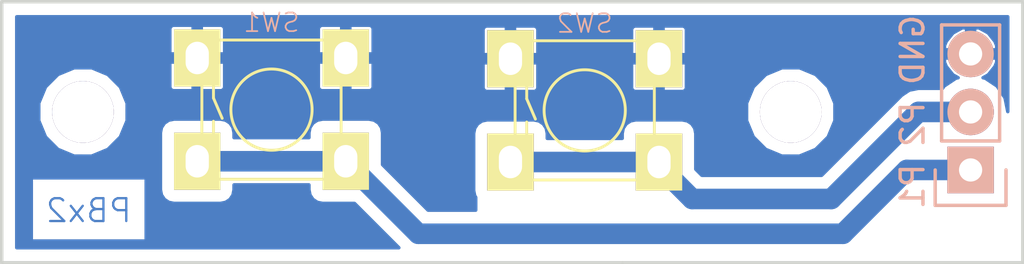
<source format=kicad_pcb>
(kicad_pcb (version 4) (host pcbnew 0.201601262101+6516~42~ubuntu15.10.1-product)

  (general
    (links 8)
    (no_connects 0)
    (area 134.470536 96.6825 187.526334 109.023)
    (thickness 1.6)
    (drawings 14)
    (tracks 11)
    (zones 0)
    (modules 5)
    (nets 4)
  )

  (page A4)
  (layers
    (0 F.Cu jumper hide)
    (31 B.Cu signal)
    (36 B.SilkS user)
    (37 F.SilkS user)
    (40 Dwgs.User user hide)
    (41 Cmts.User user hide)
    (42 Eco1.User user hide)
    (44 Edge.Cuts user)
    (45 Margin user)
  )

  (setup
    (last_trace_width 0.9)
    (trace_clearance 0.5)
    (zone_clearance 0.508)
    (zone_45_only yes)
    (trace_min 0.2)
    (segment_width 0.2)
    (edge_width 0.15)
    (via_size 0.6)
    (via_drill 0.4)
    (via_min_size 0.4)
    (via_min_drill 0.3)
    (uvia_size 0.3)
    (uvia_drill 0.1)
    (uvias_allowed no)
    (uvia_min_size 0.2)
    (uvia_min_drill 0.1)
    (pcb_text_width 0.3)
    (pcb_text_size 1.5 1.5)
    (mod_edge_width 0.15)
    (mod_text_size 1 1)
    (mod_text_width 0.15)
    (pad_size 1.524 1.524)
    (pad_drill 0.762)
    (pad_to_mask_clearance 0.2)
    (aux_axis_origin 0 0)
    (visible_elements FFFFFF7F)
    (pcbplotparams
      (layerselection 0x00000_fffffffe)
      (usegerberextensions false)
      (excludeedgelayer true)
      (linewidth 0.020000)
      (plotframeref false)
      (viasonmask false)
      (mode 1)
      (useauxorigin false)
      (hpglpennumber 1)
      (hpglpenspeed 20)
      (hpglpendiameter 15)
      (hpglpenoverlay 2)
      (psnegative false)
      (psa4output false)
      (plotreference true)
      (plotvalue true)
      (plotinvisibletext false)
      (padsonsilk false)
      (subtractmaskfromsilk false)
      (outputformat 1)
      (mirror false)
      (drillshape 0)
      (scaleselection 1)
      (outputdirectory GERBER/))
  )

  (net 0 "")
  (net 1 "Net-(P1-Pad1)")
  (net 2 "Net-(P1-Pad2)")
  (net 3 GND)

  (net_class Default "This is the default net class."
    (clearance 0.5)
    (trace_width 0.9)
    (via_dia 0.6)
    (via_drill 0.4)
    (uvia_dia 0.3)
    (uvia_drill 0.1)
    (add_net GND)
    (add_net "Net-(P1-Pad1)")
    (add_net "Net-(P1-Pad2)")
  )

  (module Mounting_Holes:MountingHole_2-7mm (layer F.Cu) (tedit 56A6457E) (tstamp 56A641B1)
    (at 174.244 102.108)
    (descr "Mounting hole, Befestigungsbohrung, 2,7mm, No Annular, Kein Restring,")
    (tags "Mounting hole, Befestigungsbohrung, 2,7mm, No Annular, Kein Restring,")
    (fp_text reference REF** (at 0 -4.0005) (layer F.SilkS) hide
      (effects (font (size 1 1) (thickness 0.15)))
    )
    (fp_text value MountingHole_2-7mm (at 0.09906 3.59918) (layer F.Fab) hide
      (effects (font (size 1 1) (thickness 0.15)))
    )
    (fp_circle (center 0 0) (end 2.7 0) (layer Cmts.User) (width 0.381))
    (pad 1 thru_hole circle (at 0 0) (size 2.7 2.7) (drill 2.7) (layers))
  )

  (module Mounting_Holes:MountingHole_2-7mm (layer F.Cu) (tedit 56A6446C) (tstamp 56A641D1)
    (at 143.256 102.108)
    (descr "Mounting hole, Befestigungsbohrung, 2,7mm, No Annular, Kein Restring,")
    (tags "Mounting hole, Befestigungsbohrung, 2,7mm, No Annular, Kein Restring,")
    (fp_text reference REF** (at 0 -4.0005) (layer F.SilkS) hide
      (effects (font (size 1 1) (thickness 0.15)))
    )
    (fp_text value MountingHole_2-7mm (at 0.09906 3.59918) (layer F.Fab) hide
      (effects (font (size 1 1) (thickness 0.15)))
    )
    (fp_circle (center 0 0) (end 2.7 0) (layer Cmts.User) (width 0.381))
    (pad 1 thru_hole circle (at 0 0) (size 2.7 2.7) (drill 2.7) (layers))
  )

  (module misc:Pin_Header_Straight_1x03 (layer B.Cu) (tedit 56A8B71D) (tstamp 56A6403A)
    (at 182.118 104.648)
    (descr "Through hole pin header")
    (tags "pin header")
    (path /56A63F23)
    (fp_text reference "GND P2 P1" (at -2.54 -2.54 90) (layer B.SilkS)
      (effects (font (size 1 1) (thickness 0.15)) (justify mirror))
    )
    (fp_text value CONN_01X03 (at 0 3.1) (layer B.Fab) hide
      (effects (font (size 1 1) (thickness 0.15)) (justify mirror))
    )
    (fp_line (start -1.75 1.75) (end -1.75 -6.85) (layer B.CrtYd) (width 0.05))
    (fp_line (start 1.75 1.75) (end 1.75 -6.85) (layer B.CrtYd) (width 0.05))
    (fp_line (start -1.75 1.75) (end 1.75 1.75) (layer B.CrtYd) (width 0.05))
    (fp_line (start -1.75 -6.85) (end 1.75 -6.85) (layer B.CrtYd) (width 0.05))
    (fp_line (start -1.27 -1.27) (end -1.27 -6.35) (layer B.SilkS) (width 0.15))
    (fp_line (start -1.27 -6.35) (end 1.27 -6.35) (layer B.SilkS) (width 0.15))
    (fp_line (start 1.27 -6.35) (end 1.27 -1.27) (layer B.SilkS) (width 0.15))
    (fp_line (start 1.55 1.55) (end 1.55 0) (layer B.SilkS) (width 0.15))
    (fp_line (start 1.27 -1.27) (end -1.27 -1.27) (layer B.SilkS) (width 0.15))
    (fp_line (start -1.55 0) (end -1.55 1.55) (layer B.SilkS) (width 0.15))
    (fp_line (start -1.55 1.55) (end 1.55 1.55) (layer B.SilkS) (width 0.15))
    (pad 1 thru_hole rect (at 0 0) (size 2.032 2.032) (drill 1.016) (layers *.Cu *.Mask B.SilkS)
      (net 1 "Net-(P1-Pad1)"))
    (pad 2 thru_hole oval (at 0 -2.54) (size 2.032 2.032) (drill 1.016) (layers *.Cu *.Mask B.SilkS)
      (net 2 "Net-(P1-Pad2)"))
    (pad 3 thru_hole oval (at 0 -5.08) (size 2.032 2.032) (drill 1.016) (layers *.Cu *.Mask B.SilkS)
      (net 3 GND))
    (model Pin_Headers.3dshapes/Pin_Header_Straight_1x03.wrl
      (at (xyz 0 -0.1 0))
      (scale (xyz 1 1 1))
      (rotate (xyz 0 0 90))
    )
  )

  (module misc:AB2_PB_MOM_6MM_PTH_BLK (layer F.Cu) (tedit 56A8B8CE) (tstamp 56A64042)
    (at 151.511 102.0064)
    (path /56A63E6D)
    (fp_text reference SW1 (at 0 -3.81) (layer B.SilkS)
      (effects (font (size 0.8128 0.8128) (thickness 0.0762)) (justify mirror))
    )
    (fp_text value SW_PUSH (at 0 3.81) (layer F.SilkS) hide
      (effects (font (size 0.8128 0.8128) (thickness 0.0762)))
    )
    (fp_line (start -2.54 -0.508) (end -2.159 0.381) (layer F.SilkS) (width 0.127))
    (fp_line (start -2.54 1.27) (end -2.54 0.508) (layer F.SilkS) (width 0.127))
    (fp_line (start -2.54 -1.27) (end -2.54 -0.508) (layer F.SilkS) (width 0.127))
    (fp_line (start -2.54 -3.048) (end 2.54 -3.048) (layer F.SilkS) (width 0.127))
    (fp_line (start 2.54 -3.048) (end 3.048 -2.54) (layer F.SilkS) (width 0.127))
    (fp_line (start 3.048 -2.54) (end 3.048 2.54) (layer F.SilkS) (width 0.127))
    (fp_line (start 3.048 2.54) (end 2.54 3.048) (layer F.SilkS) (width 0.127))
    (fp_line (start 2.54 3.048) (end -2.54 3.048) (layer F.SilkS) (width 0.127))
    (fp_line (start -2.54 3.048) (end -3.048 2.54) (layer F.SilkS) (width 0.127))
    (fp_line (start -3.048 2.54) (end -3.048 -2.54) (layer F.SilkS) (width 0.127))
    (fp_line (start -3.048 -2.54) (end -2.54 -3.048) (layer F.SilkS) (width 0.127))
    (fp_circle (center 0 0) (end 0 -1.778) (layer F.SilkS) (width 0.127))
    (pad 1 thru_hole rect (at -3.2512 -2.2606) (size 2.032 2.5) (drill oval 1.016 1.4224) (layers *.Cu *.Mask F.SilkS)
      (net 3 GND))
    (pad 1 thru_hole rect (at 3.2512 -2.2606) (size 2.032 2.5) (drill oval 1.016 1.4224) (layers *.Cu *.Mask F.SilkS)
      (net 3 GND))
    (pad 2 thru_hole rect (at -3.2512 2.2606) (size 2.032 2.5) (drill oval 1.016 1.4224) (layers *.Cu *.Mask F.SilkS)
      (net 1 "Net-(P1-Pad1)"))
    (pad 2 thru_hole rect (at 3.2512 2.2606) (size 2.032 2.5) (drill oval 1.016 1.4224) (layers *.Cu *.Mask F.SilkS)
      (net 1 "Net-(P1-Pad1)"))
    (model ab2_input_devices/AB2_PB_MOM_6MM_PTH_BLK.x3d
      (at (xyz 0 0 0))
      (scale (xyz 0.3937 0.3937 0.3937))
      (rotate (xyz 0 0 90))
    )
  )

  (module misc:AB2_PB_MOM_6MM_PTH_BLK (layer F.Cu) (tedit 56A8B8CE) (tstamp 56A6404A)
    (at 165.22446 102.03942)
    (path /56A63ECB)
    (fp_text reference SW2 (at 0 -3.81) (layer B.SilkS)
      (effects (font (size 0.8128 0.8128) (thickness 0.0762)) (justify mirror))
    )
    (fp_text value SW_PUSH (at 0 3.81) (layer F.SilkS) hide
      (effects (font (size 0.8128 0.8128) (thickness 0.0762)))
    )
    (fp_line (start -2.54 -0.508) (end -2.159 0.381) (layer F.SilkS) (width 0.127))
    (fp_line (start -2.54 1.27) (end -2.54 0.508) (layer F.SilkS) (width 0.127))
    (fp_line (start -2.54 -1.27) (end -2.54 -0.508) (layer F.SilkS) (width 0.127))
    (fp_line (start -2.54 -3.048) (end 2.54 -3.048) (layer F.SilkS) (width 0.127))
    (fp_line (start 2.54 -3.048) (end 3.048 -2.54) (layer F.SilkS) (width 0.127))
    (fp_line (start 3.048 -2.54) (end 3.048 2.54) (layer F.SilkS) (width 0.127))
    (fp_line (start 3.048 2.54) (end 2.54 3.048) (layer F.SilkS) (width 0.127))
    (fp_line (start 2.54 3.048) (end -2.54 3.048) (layer F.SilkS) (width 0.127))
    (fp_line (start -2.54 3.048) (end -3.048 2.54) (layer F.SilkS) (width 0.127))
    (fp_line (start -3.048 2.54) (end -3.048 -2.54) (layer F.SilkS) (width 0.127))
    (fp_line (start -3.048 -2.54) (end -2.54 -3.048) (layer F.SilkS) (width 0.127))
    (fp_circle (center 0 0) (end 0 -1.778) (layer F.SilkS) (width 0.127))
    (pad 1 thru_hole rect (at -3.2512 -2.2606) (size 2.032 2.5) (drill oval 1.016 1.4224) (layers *.Cu *.Mask F.SilkS)
      (net 3 GND))
    (pad 1 thru_hole rect (at 3.2512 -2.2606) (size 2.032 2.5) (drill oval 1.016 1.4224) (layers *.Cu *.Mask F.SilkS)
      (net 3 GND))
    (pad 2 thru_hole rect (at -3.2512 2.2606) (size 2.032 2.5) (drill oval 1.016 1.4224) (layers *.Cu *.Mask F.SilkS)
      (net 2 "Net-(P1-Pad2)"))
    (pad 2 thru_hole rect (at 3.2512 2.2606) (size 2.032 2.5) (drill oval 1.016 1.4224) (layers *.Cu *.Mask F.SilkS)
      (net 2 "Net-(P1-Pad2)"))
    (model ab2_input_devices/AB2_PB_MOM_6MM_PTH_BLK.x3d
      (at (xyz 0 0 0))
      (scale (xyz 0.3937 0.3937 0.3937))
      (rotate (xyz 0 0 90))
    )
  )

  (gr_text PBx2 (at 143.51 106.426) (layer B.Cu)
    (effects (font (size 1 1) (thickness 0.1)) (justify mirror))
  )
  (gr_line (start 139.7 108.712) (end 166.878 108.712) (angle 90) (layer Edge.Cuts) (width 0.15))
  (gr_line (start 139.7 97.282) (end 139.7 108.712) (angle 90) (layer Edge.Cuts) (width 0.15))
  (gr_line (start 184.404 97.282) (end 139.7 97.282) (angle 90) (layer Edge.Cuts) (width 0.15))
  (gr_line (start 184.404 108.712) (end 184.404 97.282) (angle 90) (layer Edge.Cuts) (width 0.15))
  (gr_line (start 166.878 108.712) (end 184.404 108.712) (angle 90) (layer Edge.Cuts) (width 0.15))
  (gr_line (start 168.19135 99.003438) (end 162.191685 99.034739) (layer Dwgs.User) (width 0.1))
  (gr_line (start 168.222863 105.003556) (end 168.19135 99.003438) (layer Dwgs.User) (width 0.1))
  (gr_line (start 162.223198 105.034857) (end 168.222863 105.003556) (layer Dwgs.User) (width 0.1))
  (gr_line (start 162.191685 99.034739) (end 162.223198 105.034857) (layer Dwgs.User) (width 0.1))
  (gr_line (start 154.500765 104.972299) (end 154.469252 98.972181) (layer Dwgs.User) (width 0.1))
  (gr_line (start 154.469252 98.972181) (end 148.469587 99.003482) (layer Dwgs.User) (width 0.1))
  (gr_line (start 148.469587 99.003482) (end 148.5011 105.0036) (layer Dwgs.User) (width 0.1))
  (gr_line (start 148.5011 105.0036) (end 154.500765 104.972299) (layer Dwgs.User) (width 0.1))

  (segment (start 182.118 104.648) (end 179.324 104.648) (width 0.9) (layer B.Cu) (net 1))
  (segment (start 157.9372 107.442) (end 154.7622 104.267) (width 0.9) (layer B.Cu) (net 1) (tstamp 56A64441))
  (segment (start 176.53 107.442) (end 157.9372 107.442) (width 0.9) (layer B.Cu) (net 1) (tstamp 56A6443B))
  (segment (start 179.324 104.648) (end 176.53 107.442) (width 0.9) (layer B.Cu) (net 1) (tstamp 56A64437))
  (segment (start 148.2598 104.267) (end 154.7622 104.267) (width 0.9) (layer B.Cu) (net 1))
  (segment (start 168.47566 104.30002) (end 168.47566 104.46766) (width 0.9) (layer B.Cu) (net 2))
  (segment (start 168.47566 104.46766) (end 169.926 105.918) (width 0.9) (layer B.Cu) (net 2) (tstamp 56A64426))
  (segment (start 179.832 102.108) (end 182.118 102.108) (width 0.9) (layer B.Cu) (net 2) (tstamp 56A64433))
  (segment (start 176.022 105.918) (end 179.832 102.108) (width 0.9) (layer B.Cu) (net 2) (tstamp 56A6442C))
  (segment (start 169.926 105.918) (end 176.022 105.918) (width 0.9) (layer B.Cu) (net 2) (tstamp 56A6442A))
  (segment (start 161.97326 104.30002) (end 168.47566 104.30002) (width 0.9) (layer B.Cu) (net 2))

  (zone (net 3) (net_name GND) (layer B.Cu) (tstamp 56A6454C) (hatch edge 0.508)
    (connect_pads (clearance 0.508))
    (min_thickness 0.15)
    (fill yes (arc_segments 16) (thermal_gap 0.108) (thermal_bridge_width 0.508))
    (polygon
      (pts
        (xy 139.7 97.282) (xy 139.7 108.712) (xy 184.404 108.712) (xy 184.404 97.282)
      )
    )
    (filled_polygon
      (pts
        (xy 183.746 102.096306) (xy 183.626609 101.496089) (xy 183.27999 100.977336) (xy 182.761237 100.630717) (xy 182.661927 100.610963)
        (xy 182.890087 100.485346) (xy 183.182368 100.120052) (xy 183.260965 99.930259) (xy 183.257274 99.747) (xy 182.297 99.747)
        (xy 182.297 99.767) (xy 181.939 99.767) (xy 181.939 99.747) (xy 180.978726 99.747) (xy 180.975035 99.930259)
        (xy 181.053632 100.120052) (xy 181.345913 100.485346) (xy 181.574073 100.610963) (xy 181.474763 100.630717) (xy 180.95601 100.977336)
        (xy 180.890753 101.075) (xy 179.832 101.075) (xy 179.436688 101.153632) (xy 179.101559 101.377558) (xy 175.594118 104.885)
        (xy 170.353883 104.885) (xy 170.086081 104.617198) (xy 170.086081 103.05002) (xy 170.040833 102.822545) (xy 169.911979 102.629701)
        (xy 169.719135 102.500847) (xy 169.668682 102.490811) (xy 172.310665 102.490811) (xy 172.604327 103.201526) (xy 173.147614 103.745762)
        (xy 173.857816 104.040664) (xy 174.626811 104.041335) (xy 175.337526 103.747673) (xy 175.881762 103.204386) (xy 176.176664 102.494184)
        (xy 176.177335 101.725189) (xy 175.883673 101.014474) (xy 175.340386 100.470238) (xy 174.630184 100.175336) (xy 173.861189 100.174665)
        (xy 173.150474 100.468327) (xy 172.606238 101.011614) (xy 172.311336 101.721816) (xy 172.310665 102.490811) (xy 169.668682 102.490811)
        (xy 169.49166 102.455599) (xy 167.45966 102.455599) (xy 167.232185 102.500847) (xy 167.039341 102.629701) (xy 166.910487 102.822545)
        (xy 166.865239 103.05002) (xy 166.865239 103.26702) (xy 163.583681 103.26702) (xy 163.583681 103.05002) (xy 163.538433 102.822545)
        (xy 163.409579 102.629701) (xy 163.216735 102.500847) (xy 162.98926 102.455599) (xy 160.95726 102.455599) (xy 160.729785 102.500847)
        (xy 160.536941 102.629701) (xy 160.408087 102.822545) (xy 160.362839 103.05002) (xy 160.362839 105.55002) (xy 160.408087 105.777495)
        (xy 160.453 105.844712) (xy 160.453 106.409) (xy 158.365082 106.409) (xy 156.372621 104.416539) (xy 156.372621 103.017)
        (xy 156.327373 102.789525) (xy 156.198519 102.596681) (xy 156.005675 102.467827) (xy 155.7782 102.422579) (xy 153.7462 102.422579)
        (xy 153.518725 102.467827) (xy 153.325881 102.596681) (xy 153.197027 102.789525) (xy 153.151779 103.017) (xy 153.151779 103.234)
        (xy 149.870221 103.234) (xy 149.870221 103.017) (xy 149.824973 102.789525) (xy 149.696119 102.596681) (xy 149.503275 102.467827)
        (xy 149.2758 102.422579) (xy 147.2438 102.422579) (xy 147.016325 102.467827) (xy 146.823481 102.596681) (xy 146.694627 102.789525)
        (xy 146.649379 103.017) (xy 146.649379 105.517) (xy 146.694627 105.744475) (xy 146.823481 105.937319) (xy 147.016325 106.066173)
        (xy 147.2438 106.111421) (xy 149.2758 106.111421) (xy 149.503275 106.066173) (xy 149.696119 105.937319) (xy 149.824973 105.744475)
        (xy 149.870221 105.517) (xy 149.870221 105.3) (xy 153.151779 105.3) (xy 153.151779 105.517) (xy 153.197027 105.744475)
        (xy 153.325881 105.937319) (xy 153.518725 106.066173) (xy 153.7462 106.111421) (xy 155.145739 106.111421) (xy 157.088318 108.054)
        (xy 140.358 108.054) (xy 140.358 104.993) (xy 140.996048 104.993) (xy 140.996048 107.759) (xy 146.023953 107.759)
        (xy 146.023953 104.993) (xy 140.996048 104.993) (xy 140.358 104.993) (xy 140.358 102.490811) (xy 141.322665 102.490811)
        (xy 141.616327 103.201526) (xy 142.159614 103.745762) (xy 142.869816 104.040664) (xy 143.638811 104.041335) (xy 144.349526 103.747673)
        (xy 144.893762 103.204386) (xy 145.188664 102.494184) (xy 145.189335 101.725189) (xy 144.895673 101.014474) (xy 144.352386 100.470238)
        (xy 143.642184 100.175336) (xy 142.873189 100.174665) (xy 142.162474 100.468327) (xy 141.618238 101.011614) (xy 141.323336 101.721816)
        (xy 141.322665 102.490811) (xy 140.358 102.490811) (xy 140.358 99.97055) (xy 147.0608 99.97055) (xy 147.0608 101.032201)
        (xy 147.08866 101.099461) (xy 147.140139 101.15094) (xy 147.207399 101.1788) (xy 148.03505 101.1788) (xy 148.0808 101.13305)
        (xy 148.0808 99.9248) (xy 148.4388 99.9248) (xy 148.4388 101.13305) (xy 148.48455 101.1788) (xy 149.312201 101.1788)
        (xy 149.379461 101.15094) (xy 149.43094 101.099461) (xy 149.4588 101.032201) (xy 149.4588 99.97055) (xy 153.5632 99.97055)
        (xy 153.5632 101.032201) (xy 153.59106 101.099461) (xy 153.642539 101.15094) (xy 153.709799 101.1788) (xy 154.53745 101.1788)
        (xy 154.5832 101.13305) (xy 154.5832 99.9248) (xy 154.9412 99.9248) (xy 154.9412 101.13305) (xy 154.98695 101.1788)
        (xy 155.814601 101.1788) (xy 155.881861 101.15094) (xy 155.93334 101.099461) (xy 155.9612 101.032201) (xy 155.9612 100.00357)
        (xy 160.77426 100.00357) (xy 160.77426 101.065221) (xy 160.80212 101.132481) (xy 160.853599 101.18396) (xy 160.920859 101.21182)
        (xy 161.74851 101.21182) (xy 161.79426 101.16607) (xy 161.79426 99.95782) (xy 162.15226 99.95782) (xy 162.15226 101.16607)
        (xy 162.19801 101.21182) (xy 163.025661 101.21182) (xy 163.092921 101.18396) (xy 163.1444 101.132481) (xy 163.17226 101.065221)
        (xy 163.17226 100.00357) (xy 167.27666 100.00357) (xy 167.27666 101.065221) (xy 167.30452 101.132481) (xy 167.355999 101.18396)
        (xy 167.423259 101.21182) (xy 168.25091 101.21182) (xy 168.29666 101.16607) (xy 168.29666 99.95782) (xy 168.65466 99.95782)
        (xy 168.65466 101.16607) (xy 168.70041 101.21182) (xy 169.528061 101.21182) (xy 169.595321 101.18396) (xy 169.6468 101.132481)
        (xy 169.67466 101.065221) (xy 169.67466 100.00357) (xy 169.62891 99.95782) (xy 168.65466 99.95782) (xy 168.29666 99.95782)
        (xy 167.32241 99.95782) (xy 167.27666 100.00357) (xy 163.17226 100.00357) (xy 163.12651 99.95782) (xy 162.15226 99.95782)
        (xy 161.79426 99.95782) (xy 160.82001 99.95782) (xy 160.77426 100.00357) (xy 155.9612 100.00357) (xy 155.9612 99.97055)
        (xy 155.91545 99.9248) (xy 154.9412 99.9248) (xy 154.5832 99.9248) (xy 153.60895 99.9248) (xy 153.5632 99.97055)
        (xy 149.4588 99.97055) (xy 149.41305 99.9248) (xy 148.4388 99.9248) (xy 148.0808 99.9248) (xy 147.10655 99.9248)
        (xy 147.0608 99.97055) (xy 140.358 99.97055) (xy 140.358 98.459399) (xy 147.0608 98.459399) (xy 147.0608 99.52105)
        (xy 147.10655 99.5668) (xy 148.0808 99.5668) (xy 148.0808 98.35855) (xy 148.4388 98.35855) (xy 148.4388 99.5668)
        (xy 149.41305 99.5668) (xy 149.4588 99.52105) (xy 149.4588 98.459399) (xy 153.5632 98.459399) (xy 153.5632 99.52105)
        (xy 153.60895 99.5668) (xy 154.5832 99.5668) (xy 154.5832 98.35855) (xy 154.9412 98.35855) (xy 154.9412 99.5668)
        (xy 155.91545 99.5668) (xy 155.9612 99.52105) (xy 155.9612 98.492419) (xy 160.77426 98.492419) (xy 160.77426 99.55407)
        (xy 160.82001 99.59982) (xy 161.79426 99.59982) (xy 161.79426 98.39157) (xy 162.15226 98.39157) (xy 162.15226 99.59982)
        (xy 163.12651 99.59982) (xy 163.17226 99.55407) (xy 163.17226 98.492419) (xy 167.27666 98.492419) (xy 167.27666 99.55407)
        (xy 167.32241 99.59982) (xy 168.29666 99.59982) (xy 168.29666 98.39157) (xy 168.65466 98.39157) (xy 168.65466 99.59982)
        (xy 169.62891 99.59982) (xy 169.67466 99.55407) (xy 169.67466 99.205741) (xy 180.975035 99.205741) (xy 180.978726 99.389)
        (xy 181.939 99.389) (xy 181.939 98.42817) (xy 182.297 98.42817) (xy 182.297 99.389) (xy 183.257274 99.389)
        (xy 183.260965 99.205741) (xy 183.182368 99.015948) (xy 182.890087 98.650654) (xy 182.480262 98.425018) (xy 182.297 98.42817)
        (xy 181.939 98.42817) (xy 181.755738 98.425018) (xy 181.345913 98.650654) (xy 181.053632 99.015948) (xy 180.975035 99.205741)
        (xy 169.67466 99.205741) (xy 169.67466 98.492419) (xy 169.6468 98.425159) (xy 169.595321 98.37368) (xy 169.528061 98.34582)
        (xy 168.70041 98.34582) (xy 168.65466 98.39157) (xy 168.29666 98.39157) (xy 168.25091 98.34582) (xy 167.423259 98.34582)
        (xy 167.355999 98.37368) (xy 167.30452 98.425159) (xy 167.27666 98.492419) (xy 163.17226 98.492419) (xy 163.1444 98.425159)
        (xy 163.092921 98.37368) (xy 163.025661 98.34582) (xy 162.19801 98.34582) (xy 162.15226 98.39157) (xy 161.79426 98.39157)
        (xy 161.74851 98.34582) (xy 160.920859 98.34582) (xy 160.853599 98.37368) (xy 160.80212 98.425159) (xy 160.77426 98.492419)
        (xy 155.9612 98.492419) (xy 155.9612 98.459399) (xy 155.93334 98.392139) (xy 155.881861 98.34066) (xy 155.814601 98.3128)
        (xy 154.98695 98.3128) (xy 154.9412 98.35855) (xy 154.5832 98.35855) (xy 154.53745 98.3128) (xy 153.709799 98.3128)
        (xy 153.642539 98.34066) (xy 153.59106 98.392139) (xy 153.5632 98.459399) (xy 149.4588 98.459399) (xy 149.43094 98.392139)
        (xy 149.379461 98.34066) (xy 149.312201 98.3128) (xy 148.48455 98.3128) (xy 148.4388 98.35855) (xy 148.0808 98.35855)
        (xy 148.03505 98.3128) (xy 147.207399 98.3128) (xy 147.140139 98.34066) (xy 147.08866 98.392139) (xy 147.0608 98.459399)
        (xy 140.358 98.459399) (xy 140.358 97.94) (xy 183.746 97.94)
      )
    )
  )
  (zone (net 0) (net_name "") (layer B.Cu) (tstamp 56A8D058) (hatch edge 0.508)
    (connect_pads (clearance 0.508))
    (min_thickness 0.15)
    (keepout (tracks allowed) (vias allowed) (copperpour not_allowed))
    (fill (arc_segments 16) (thermal_gap 0.108) (thermal_bridge_width 0.508))
    (polygon
      (pts
        (xy 160.528 105.156) (xy 160.528 106.934) (xy 170.18 106.934) (xy 170.18 105.156)
      )
    )
  )
)

</source>
